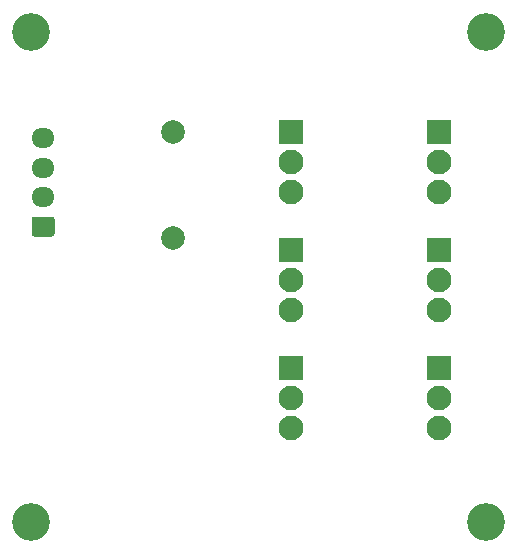
<source format=gbr>
%TF.GenerationSoftware,KiCad,Pcbnew,(5.1.7)-1*%
%TF.CreationDate,2021-06-19T18:40:17+01:00*%
%TF.ProjectId,temp_breakout,74656d70-5f62-4726-9561-6b6f75742e6b,rev?*%
%TF.SameCoordinates,Original*%
%TF.FileFunction,Soldermask,Bot*%
%TF.FilePolarity,Negative*%
%FSLAX46Y46*%
G04 Gerber Fmt 4.6, Leading zero omitted, Abs format (unit mm)*
G04 Created by KiCad (PCBNEW (5.1.7)-1) date 2021-06-19 18:40:17*
%MOMM*%
%LPD*%
G01*
G04 APERTURE LIST*
%ADD10C,2.100000*%
%ADD11R,2.100000X2.100000*%
%ADD12C,2.000000*%
%ADD13O,1.950000X1.700000*%
%ADD14C,3.200000*%
G04 APERTURE END LIST*
D10*
%TO.C,J5*%
X150000000Y-97580000D03*
X150000000Y-95040000D03*
D11*
X150000000Y-92500000D03*
%TD*%
D10*
%TO.C,J7*%
X150000000Y-107580000D03*
X150000000Y-105040000D03*
D11*
X150000000Y-102500000D03*
%TD*%
D10*
%TO.C,J6*%
X150000000Y-117580000D03*
X150000000Y-115040000D03*
D11*
X150000000Y-112500000D03*
%TD*%
D10*
%TO.C,J3*%
X137500000Y-117580000D03*
X137500000Y-115040000D03*
D11*
X137500000Y-112500000D03*
%TD*%
D10*
%TO.C,J4*%
X137500000Y-107580000D03*
X137500000Y-105040000D03*
D11*
X137500000Y-102500000D03*
%TD*%
D12*
%TO.C,R1*%
X127500000Y-92500000D03*
X127500000Y-101500000D03*
%TD*%
D10*
%TO.C,J2*%
X137500000Y-97580000D03*
X137500000Y-95040000D03*
D11*
X137500000Y-92500000D03*
%TD*%
D13*
%TO.C,J1*%
X116500000Y-93000000D03*
X116500000Y-95500000D03*
X116500000Y-98000000D03*
G36*
G01*
X117225000Y-101350000D02*
X115775000Y-101350000D01*
G75*
G02*
X115525000Y-101100000I0J250000D01*
G01*
X115525000Y-99900000D01*
G75*
G02*
X115775000Y-99650000I250000J0D01*
G01*
X117225000Y-99650000D01*
G75*
G02*
X117475000Y-99900000I0J-250000D01*
G01*
X117475000Y-101100000D01*
G75*
G02*
X117225000Y-101350000I-250000J0D01*
G01*
G37*
%TD*%
D14*
%TO.C,REF\u002A\u002A*%
X154000000Y-125500000D03*
%TD*%
%TO.C,REF\u002A\u002A*%
X154000000Y-84000000D03*
%TD*%
%TO.C,REF\u002A\u002A*%
X115500000Y-125500000D03*
%TD*%
%TO.C,REF\u002A\u002A*%
X115500000Y-84000000D03*
%TD*%
M02*

</source>
